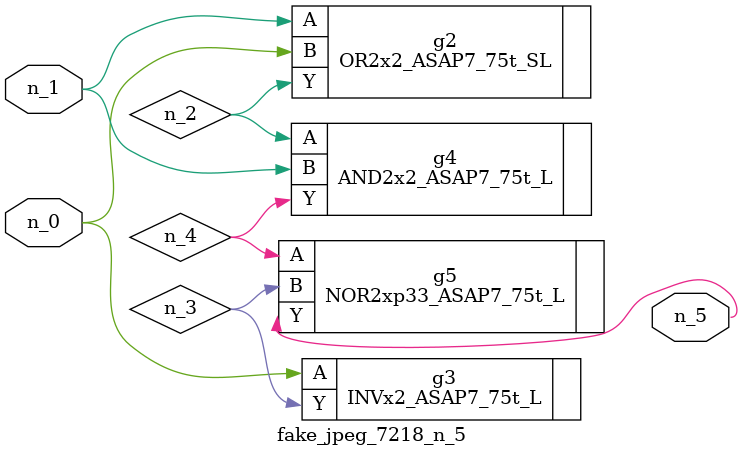
<source format=v>
module fake_jpeg_7218_n_5 (n_0, n_1, n_5);

input n_0;
input n_1;

output n_5;

wire n_3;
wire n_2;
wire n_4;

OR2x2_ASAP7_75t_SL g2 ( 
.A(n_1),
.B(n_0),
.Y(n_2)
);

INVx2_ASAP7_75t_L g3 ( 
.A(n_0),
.Y(n_3)
);

AND2x2_ASAP7_75t_L g4 ( 
.A(n_2),
.B(n_1),
.Y(n_4)
);

NOR2xp33_ASAP7_75t_L g5 ( 
.A(n_4),
.B(n_3),
.Y(n_5)
);


endmodule
</source>
